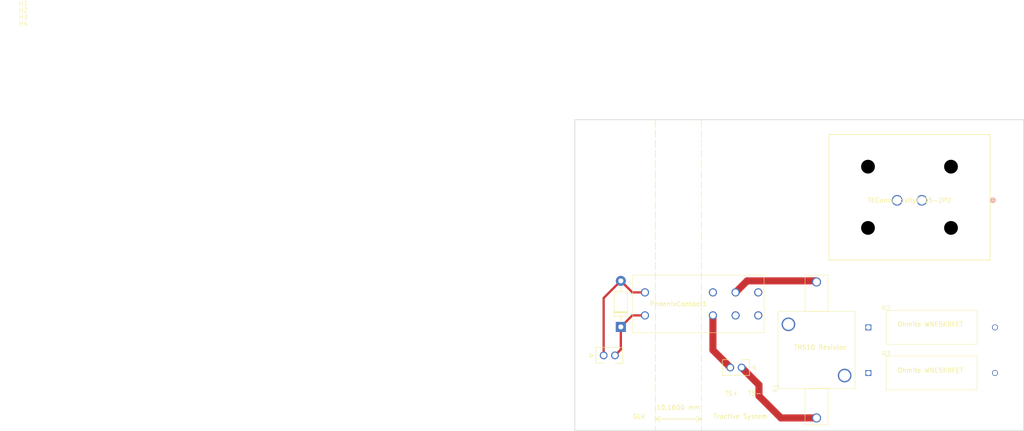
<source format=kicad_pcb>
(kicad_pcb (version 20221018) (generator pcbnew)
  (layers (0 "F.Cu" signal) (31 "B.Cu" signal) (34 "B.Paste" user) (35 "F.Paste" user) (36 "B.SilkS" user "B.Silkscreen") (37 "F.SilkS" user "F.Silkscreen") (38 "B.Mask" user) (39 "F.Mask" user) (44 "Edge.Cuts" user))
  (net 0 "")
  (net 1 "Net-(J1-Pad2)")
  (net 2 "Net-(J1-Pad1)")
  (net 4 "Net-(PhoenixContact1-Pad4)_1")
  (net 5 "Net-(D2-K)")
  (net 6 "Net-(D2-A)")
  (net 7 "Net-(R2-Pad1)")
  (net 8 "Net-(R3-Pad1)")
  (footprint "discharge:hole" (layer "F.Cu") (at 0.25 0.25)
    (fp_text reference "H1" (at 0 -0.5 unlocked) (layer "F.SilkS") (effects (font (thickness 0.1))))
    (fp_text value "MountingHole")
  )
  (footprint "discharge:hole" (layer "F.Cu") (at 0.25 3.25)
    (fp_text reference "H3" (at 0 -0.5 unlocked) (layer "F.SilkS") (effects (font (thickness 0.1))))
    (fp_text value "MountingHole")
  )
  (footprint "discharge:resistor_ts" (layer "F.Cu") (at 190.627 67.4735)
    (fp_text reference "R2" (at 0 -0.5 unlocked) (layer "F.SilkS") (effects (font (thickness 0.1))))
    (fp_text value "5k")
    (fp_rect (start 0 0) (end 20.066 7.493) (stroke (width 0.1)) (fill none) (layer "F.SilkS"))
    (pad "1" thru_hole rect (at -3.937 3.7465) (size 1.3 1.3) (drill 1) (layers "*.Cu" "*.Mask") (net 7 "Net-(R2-Pad1)"))
    (pad "2" thru_hole circle (at 24.003 3.7465) (size 1.3 1.3) (drill 1) (layers "*.Cu" "*.Mask") (net 1 "Net-(J1-Pad2)"))
  )
  (footprint "discharge:MOLEX_1053091202" (layer "F.Cu") (at 158.73 80.08 180)
    (fp_text reference "J1" hide)
    (fp_text value "1053091202")
    (fp_line (start -3 -0.4) (end -3 0.4) (stroke (width 0.127)) (layer "F.SilkS"))
    (fp_line (start -3 0.4) (end -2.3 0) (stroke (width 0.127)) (layer "F.SilkS"))
    (fp_line (start -2.3 0) (end -3 -0.4) (stroke (width 0.127)) (layer "F.SilkS"))
    (fp_line (start -1.72 -1.74) (end 4.22 -1.74) (stroke (width 0.127)) (layer "F.SilkS"))
    (fp_line (start -1.72 1.74) (end -1.72 -1.74) (stroke (width 0.127)) (layer "F.SilkS"))
    (fp_line (start 0 1.74) (end -1.72 1.74) (stroke (width 0.127)) (layer "F.SilkS"))
    (fp_line (start 4.22 -1.74) (end 4.22 1.74) (stroke (width 0.127)) (layer "F.SilkS"))
    (fp_line (start 4.22 1.74) (end 2.5 1.74) (stroke (width 0.127)) (layer "F.SilkS"))
    (pad "" np_thru_hole circle (at 1.25 1.34 180) (size 1.3 1.3) (drill 1.3) (layers "*.Cu" "*.Mask"))
    (pad "1" thru_hole circle (at 0 0 180) (size 1.7 1.7) (drill 1.2) (layers "*.Cu") (net 2 "Net-(J1-Pad1)"))
    (pad "2" thru_hole circle (at 2.5 0 180) (size 1.7 1.7) (drill 1.2) (layers "*.Cu") (net 1 "Net-(J1-Pad2)"))
  )
  (footprint "discharge:relay" (layer "F.Cu") (at 134.68 72.39 90)
    (fp_text reference "PhoenixContact1" hide)
    (fp_text value "~")
    (fp_text user "${REFERENCE}" (at 6.35 10.1 unlocked) (layer "F.SilkS"))
    (fp_rect (start 0 0) (end 12.7 29.007) (stroke (width 0.1)) (fill none) (layer "F.SilkS"))
    (pad "1" thru_hole circle (at 3.81 2.72 90) (size 1.8 1.8) (drill 1.3) (layers "*.Cu" "*.Mask") (net 5 "Net-(D2-K)"))
    (pad "2" thru_hole circle (at 8.89 2.72 90) (size 1.8 1.8) (drill 1.3) (layers "*.Cu" "*.Mask") (net 6 "Net-(D2-A)"))
    (pad "3" thru_hole circle (at 3.81 17.72 90) (size 1.8 1.8) (drill 1.3) (layers "*.Cu" "*.Mask") (net 1 "Net-(J1-Pad2)"))
    (pad "3" thru_hole circle (at 8.89 17.72 90) (size 1.8 1.8) (drill 1.3) (layers "*.Cu" "*.Mask") (net 1 "Net-(J1-Pad2)"))
    (pad "4" thru_hole circle (at 3.81 22.72 90) (size 1.8 1.8) (drill 1.3) (layers "*.Cu" "*.Mask") (net 4 "Net-(PhoenixContact1-Pad4)_1"))
    (pad "4" thru_hole circle (at 8.89 22.72 90) (size 1.8 1.8) (drill 1.3) (layers "*.Cu" "*.Mask") (net 4 "Net-(PhoenixContact1-Pad4)_1"))
    (pad "5" thru_hole circle (at 3.81 27.72 90) (size 1.8 1.8) (drill 1.3) (layers "*.Cu" "*.Mask"))
    (pad "5" thru_hole circle (at 8.89 27.72 90) (size 1.8 1.8) (drill 1.3) (layers "*.Cu" "*.Mask"))
  )
  (footprint "discharge:resistor_ts" (layer "F.Cu") (at 190.627 77.5335)
    (fp_text reference "R3" (at 0 -0.5 unlocked) (layer "F.SilkS") (effects (font (thickness 0.1))))
    (fp_text value "5k")
    (fp_rect (start 0 0) (end 20.066 7.493) (stroke (width 0.1)) (fill none) (layer "F.SilkS"))
    (pad "1" thru_hole rect (at -3.937 3.7465) (size 1.3 1.3) (drill 1) (layers "*.Cu" "*.Mask") (net 8 "Net-(R3-Pad1)"))
    (pad "2" thru_hole circle (at 24.003 3.7465) (size 1.3 1.3) (drill 1) (layers "*.Cu" "*.Mask") (net 2 "Net-(J1-Pad1)"))
  )
  (footprint "discharge:hole" (layer "F.Cu") (at 0.25 1.75)
    (fp_text reference "H2" (at 0 -0.5 unlocked) (layer "F.SilkS") (effects (font (thickness 0.1))))
    (fp_text value "MountingHole")
  )
  (footprint "discharge:MOLEX_1053091202" (layer "F.Cu") (at 128.29 77.4)
    (fp_text reference "J2" hide)
    (fp_text value "1053091202")
    (fp_line (start -3 -0.4) (end -3 0.4) (stroke (width 0.127)) (layer "F.SilkS"))
    (fp_line (start -3 0.4) (end -2.3 0) (stroke (width 0.127)) (layer "F.SilkS"))
    (fp_line (start -2.3 0) (end -3 -0.4) (stroke (width 0.127)) (layer "F.SilkS"))
    (fp_line (start -1.72 -1.74) (end 4.22 -1.74) (stroke (width 0.127)) (layer "F.SilkS"))
    (fp_line (start -1.72 1.74) (end -1.72 -1.74) (stroke (width 0.127)) (layer "F.SilkS"))
    (fp_line (start 0 1.74) (end -1.72 1.74) (stroke (width 0.127)) (layer "F.SilkS"))
    (fp_line (start 4.22 -1.74) (end 4.22 1.74) (stroke (width 0.127)) (layer "F.SilkS"))
    (fp_line (start 4.22 1.74) (end 2.5 1.74) (stroke (width 0.127)) (layer "F.SilkS"))
    (pad "" np_thru_hole circle (at 1.25 1.34) (size 1.3 1.3) (drill 1.3) (layers "*.Cu" "*.Mask"))
    (pad "1" thru_hole circle (at 0 0) (size 1.7 1.7) (drill 1.2) (layers "*.Cu") (net 6 "Net-(D2-A)"))
    (pad "2" thru_hole circle (at 2.5 0) (size 1.7 1.7) (drill 1.2) (layers "*.Cu") (net 5 "Net-(D2-K)"))
  )
  (footprint "discharge:hole" (layer "F.Cu") (at 0.25 4.75)
    (fp_text reference "H4" (at 0 -0.5 unlocked) (layer "F.SilkS") (effects (font (thickness 0.1))))
    (fp_text value "MountingHole")
  )
  (footprint "discharge:resistor" (layer "F.Cu") (at 166.76 84.7 90)
    (fp_text reference "R1" (at 0 -0.5 90 unlocked) (layer "F.SilkS") (effects (font (thickness 0.1))))
    (fp_text value "680")
    (fp_rect (start -8 5.96) (end 0 11.04) (stroke (width 0.1)) (fill none) (layer "F.SilkS"))
    (fp_rect (start 0 0) (end 17 17) (stroke (width 0.1)) (fill none) (layer "F.SilkS"))
    (fp_rect (start 17 5.96) (end 25 11.04) (stroke (width 0.1)) (fill none) (layer "F.SilkS"))
    (pad "" np_thru_hole circle (at 2.85 14.7 90) (size 3 3) (drill 2.4) (layers "F&B.Cu" "*.Mask"))
    (pad "" np_thru_hole circle (at 14.15 2.3 90) (size 3 3) (drill 2.4) (layers "F&B.Cu" "*.Mask"))
    (pad "1" thru_hole circle (at 23.5 8.5 90) (size 2 2) (drill 1.5) (layers "*.Cu" "*.Mask") (net 4 "Net-(PhoenixContact1-Pad4)_1"))
    (pad "2" thru_hole circle (at -6.5 8.5 90) (size 2 2) (drill 1.5) (layers "*.Cu" "*.Mask") (net 2 "Net-(J1-Pad1)"))
  )
  (footprint "Diode_THT:D_DO-41_SOD81_P10.16mm_Horizontal" (layer "F.Cu") (at 132.08 71.12 90)
    (fp_text reference "D2" hide)
    (fp_text value "1N4001")
    (fp_line (start 1.34 0) (end 2.36 0) (stroke (width 0.12)) (layer "F.SilkS"))
    (fp_line (start 2.36 -1.47) (end 2.36 1.47) (stroke (width 0.12)) (layer "F.SilkS"))
    (fp_line (start 2.36 1.47) (end 7.8 1.47) (stroke (width 0.12)) (layer "F.SilkS"))
    (fp_line (start 3.14 -1.47) (end 3.14 1.47) (stroke (width 0.12)) (layer "F.SilkS"))
    (fp_line (start 3.26 -1.47) (end 3.26 1.47) (stroke (width 0.12)) (layer "F.SilkS"))
    (fp_line (start 3.38 -1.47) (end 3.38 1.47) (stroke (width 0.12)) (layer "F.SilkS"))
    (fp_line (start 7.8 -1.47) (end 2.36 -1.47) (stroke (width 0.12)) (layer "F.SilkS"))
    (fp_line (start 7.8 1.47) (end 7.8 -1.47) (stroke (width 0.12)) (layer "F.SilkS"))
    (fp_line (start 8.82 0) (end 7.8 0) (stroke (width 0.12)) (layer "F.SilkS"))
    (pad "1" thru_hole rect (at 0 0 90) (size 2.2 2.2) (drill 1.1) (layers "*.Cu" "*.Mask") (net 5 "Net-(D2-K)"))
    (pad "2" thru_hole oval (at 10.16 0 90) (size 2.2 2.2) (drill 1.1) (layers "*.Cu" "*.Mask") (net 6 "Net-(D2-A)"))
  )
  (footprint "discharge:CONN2_DT15-2P_TEC" (layer "F.Cu") (at 193.04 43.18)
    (fp_text reference "TEConnectivityDT15-2P2" (at 2.7305 0 unlocked) (layer "F.SilkS"))
    (fp_text value "~")
    (fp_circle (center 21.1455 0) (end 21.5265 0) (stroke (width 0.508)) (fill none) (layer "B.SilkS"))
    (fp_line (start -15.0495 -14.5034) (end -15.0495 13.1826) (stroke (width 0.1524)) (layer "F.SilkS"))
    (fp_line (start -15.0495 13.1826) (end 20.5105 13.1826) (stroke (width 0.1524)) (layer "F.SilkS"))
    (fp_line (start 20.5105 -14.5034) (end -15.0495 -14.5034) (stroke (width 0.1524)) (layer "F.SilkS"))
    (fp_line (start 20.5105 13.1826) (end 20.5105 -14.5034) (stroke (width 0.1524)) (layer "F.SilkS"))
    (fp_circle (center 21.1455 0) (end 21.5265 0) (stroke (width 0.508)) (fill none) (layer "F.SilkS"))
    (pad "" np_thru_hole circle (at -6.4262 -7.4168) (size 3.048 3.048) (drill 3.048) (layers))
    (pad "" np_thru_hole circle (at -6.4262 6.096) (size 3.048 3.048) (drill 3.048) (layers))
    (pad "" np_thru_hole circle (at 11.8872 -7.4168) (size 3.048 3.048) (drill 3.048) (layers))
    (pad "" np_thru_hole circle (at 11.8872 6.096) (size 3.048 3.048) (drill 3.048) (layers))
    (pad "1" thru_hole circle (at 5.461 0) (size 2.3368 2.3368) (drill 1.8288) (layers "*.Cu" "*.Mask") (net 8 "Net-(R3-Pad1)"))
    (pad "2" thru_hole circle (at 0 0) (size 2.3368 2.3368) (drill 1.8288) (layers "*.Cu" "*.Mask") (net 7 "Net-(R2-Pad1)"))
  )
  (gr_line (start 139.7 25.4) (end 139.7 93.98) (stroke (width 0.15) (type dash)) (layer "F.SilkS"))
  (gr_line (start 149.86 25.4) (end 149.86 93.98) (stroke (width 0.15) (type dash)) (layer "F.SilkS"))
  (gr_rect (start 121.92 25.4) (end 220.98 93.98) (stroke (width 0.15)) (fill none) (layer "Edge.Cuts"))
  (gr_text "Tractive System" (at 152.4 91.44) (layer "F.SilkS") (effects (font (size 1 1)) (justify left bottom)))
  (gr_text "Ohmite WNE5K0FET" (at 193.04 81.28) (layer "F.SilkS") (effects (font (size 1 1)) (justify left bottom)))
  (gr_text "TS-" (at 160.02 86.36) (layer "F.SilkS") (effects (font (size 1 1)) (justify left bottom)))
  (gr_text "THS10 Resistor" (at 170.18 76.2) (layer "F.SilkS") (effects (font (size 1 1)) (justify left bottom)))
  (gr_text "Ohmite WNE5K0FET" (at 193.04 71.12) (layer "F.SilkS") (effects (font (size 1 1)) (justify left bottom)))
  (gr_text "GLV" (at 134.62 91.44) (layer "F.SilkS") (effects (font (size 1 1)) (justify left bottom)))
  (gr_text "TS+" (at 154.94 86.36) (layer "F.SilkS") (effects (font (size 1 1)) (justify left bottom)))
  (dimension (type aligned) (layer "F.SilkS") (pts (xy 139.7 91.44) (xy 149.86 91.44)) (height 0) (gr_text "10.1600 mm" (at 144.78 88.9) (layer "F.SilkS") (effects (font (size 1 1) (thickness 0.15)))) (format (prefix "") (suffix "") (units 3) (units_format 1) (precision 4)) (style (thickness 0.15) (arrow_length 1.27) (text_position_mode 2) (extension_height 0.58642) (extension_offset 0.5) keep_text_aligned))
  (segment (start 152.4 68.58) (end 152.4 76.25) (width 1.563475) (layer "F.Cu") (net 1))
  (segment (start 152.4 76.25) (end 156.23 80.08) (width 1.563475) (layer "F.Cu") (net 1))
  (segment (start 158.73 80.08) (end 162.56 83.91) (width 1.563475) (layer "F.Cu") (net 2))
  (segment (start 162.56 86.36) (end 167.4 91.2) (width 1.563475) (layer "F.Cu") (net 2))
  (segment (start 162.56 83.91) (end 162.56 86.36) (width 1.563475) (layer "F.Cu") (net 2))
  (segment (start 167.4 91.2) (end 175.26 91.2) (width 1.563475) (layer "F.Cu") (net 2))
  (segment (start 175.26 61.2) (end 175.02 60.96) (width 1.563475) (layer "F.Cu") (net 4))
  (segment (start 159.94 60.96) (end 157.4 63.5) (width 1.563475) (layer "F.Cu") (net 4))
  (segment (start 175.02 60.96) (end 159.94 60.96) (width 1.563475) (layer "F.Cu") (net 4))
  (segment (start 137.4 68.58) (end 134.62 68.58) (width 0.5) (layer "F.Cu") (net 5))
  (segment (start 132.08 76.11) (end 132.08 71.12) (width 0.5) (layer "F.Cu") (net 5))
  (segment (start 130.79 77.4) (end 132.08 76.11) (width 0.5) (layer "F.Cu") (net 5))
  (segment (start 134.62 68.58) (end 132.08 71.12) (width 0.5) (layer "F.Cu") (net 5))
  (segment (start 137.4 63.5) (end 134.62 63.5) (width 0.5) (layer "F.Cu") (net 6))
  (segment (start 128.29 77.4) (end 128.29 64.75) (width 0.5) (layer "F.Cu") (net 6))
  (segment (start 134.62 63.5) (end 132.08 60.96) (width 0.5) (layer "F.Cu") (net 6))
  (segment (start 128.29 64.75) (end 132.08 60.96) (width 0.5) (layer "F.Cu") (net 6))
)
</source>
